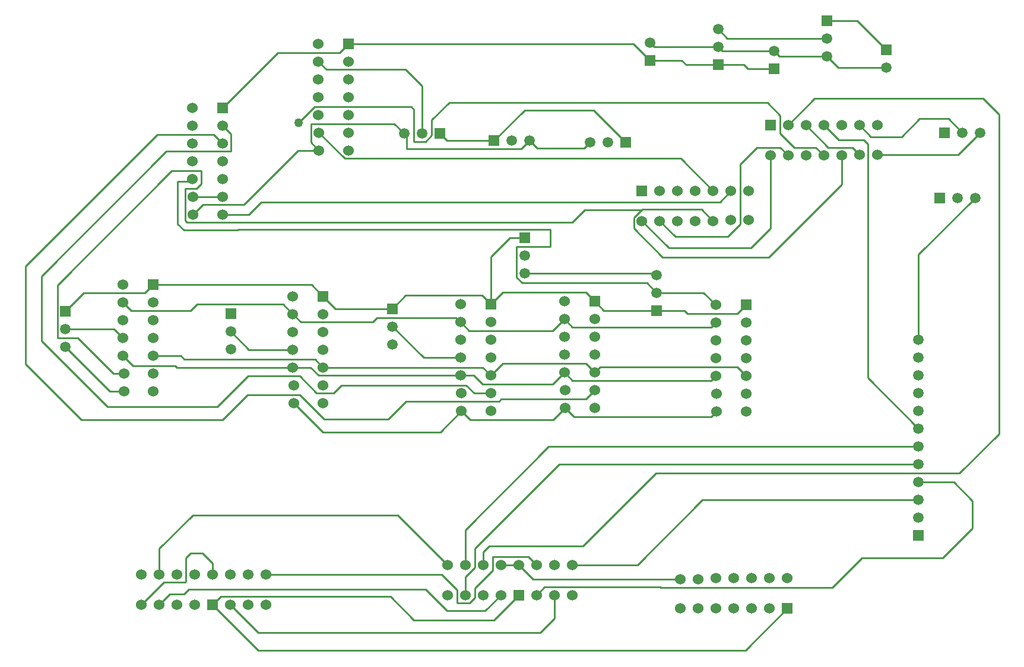
<source format=gbl>
%FSTAX23Y23*%
%MOIN*%
%SFA1B1*%

%IPPOS*%
%ADD11C,0.010000*%
%ADD19R,0.059060X0.059060*%
%ADD20C,0.059060*%
%ADD21C,0.060000*%
%ADD22R,0.060000X0.060000*%
%ADD23R,0.059060X0.059060*%
%ADD24R,0.060000X0.060000*%
%ADD25C,0.050000*%
%LNpcb1-1*%
%LPD*%
G54D11*
X06377Y04117D02*
X0654D01*
X06276Y04016D02*
X06377Y04117D01*
X06103Y04016D02*
X06276D01*
X06039Y0408D02*
X06103Y04016D01*
X0654Y04117D02*
X06618Y04039D01*
X04504Y02541D02*
X04553Y0259D01*
X04028Y02541D02*
X04504D01*
X04015Y02528D02*
X04028Y02541D01*
X04321Y02424D02*
X04388Y0249D01*
X03493Y02528D02*
X04015D01*
X03393Y02428D02*
X03493Y02528D01*
X03034Y02428D02*
X03393D01*
X02897Y02565D02*
X03034Y02428D01*
X02604Y02565D02*
X02897D01*
X03687Y02356D02*
X03804Y02473D01*
X03026Y02356D02*
X03687D01*
X02863Y02519D02*
X03026Y02356D01*
X02982Y02765D02*
X03028Y02719D01*
X02246Y02765D02*
X02982D01*
X02229Y02783D02*
X02246Y02765D01*
X02206Y02719D02*
X02858D01*
X02197Y02728D02*
X02206Y02719D01*
X02605Y0267D02*
X02895D01*
X02434Y02498D02*
X02605Y0267D01*
X01815Y02498D02*
X02434D01*
X01445Y02868D02*
X01815Y02498D01*
X02549Y03493D02*
X04304D01*
Y03398D02*
Y03493D01*
X04114Y03398D02*
X04304D01*
X04891Y03247D02*
X04899Y03239D01*
X04159Y03247D02*
X04891D01*
X04817Y03605D02*
X04819Y03607D01*
X04773Y03561D02*
X04817Y03605D01*
X04495D02*
X04817D01*
X04425Y03535D02*
X04495Y03605D01*
X05154Y03607D02*
X05218Y03542D01*
X04819Y03607D02*
X05154D01*
X06371Y02073D02*
X06569D01*
X06672Y01969*
X06508Y01648D02*
X06672Y01813D01*
Y01969*
X06053Y01648D02*
X06508D01*
X04353Y02173D02*
X06371D01*
X0388Y017D02*
X04353Y02173D01*
X04293Y02273D02*
X06371D01*
X03825Y01805D02*
X04293Y02273D01*
X03825Y01608D02*
Y01805D01*
X02246Y01444D02*
X02273Y01471D01*
X02167Y01444D02*
X02246D01*
X02107Y01385D02*
X02167Y01444D01*
X02273Y01471D02*
X03603D01*
X03722Y01352*
X02452Y0143D02*
X03406D01*
X02407Y01385D02*
X02452Y0143D01*
X03406D02*
X03537Y01299D01*
X02507Y01385D02*
X02663Y01229D01*
X02407Y01385D02*
X02663Y01129D01*
X0492Y01484D02*
X04924Y0148D01*
X05885*
X03537Y01299D02*
X03986D01*
X04125Y01438*
X04325Y01308D02*
Y01438D01*
X04246Y01229D02*
X04325Y01308D01*
X02663Y01229D02*
X04246D01*
X05399Y01129D02*
X05633Y01363D01*
X02663Y01129D02*
X05399D01*
X02407Y01555D02*
Y01618D01*
X02349Y01676D02*
X02407Y01618D01*
X02284Y01676D02*
X02349D01*
X02258Y01649D02*
X02284Y01676D01*
X04794Y01608D02*
X05158Y01973D01*
X04425Y01608D02*
X04794D01*
X05158Y01973D02*
X06371D01*
X06823Y02346D02*
Y0414D01*
X06734Y0423D02*
X06823Y0414D01*
X05788Y0423D02*
X06734D01*
X05639Y0408D02*
X05788Y0423D01*
X066Y02123D02*
X06823Y02346D01*
X01445Y03232D02*
X02146Y03933D01*
X01445Y02868D02*
Y03232D01*
X02146Y03933D02*
X02509D01*
X02463Y02423D02*
X02604Y02565D01*
X01671Y02423D02*
X02463D01*
X01355Y02739D02*
X01671Y02423D01*
X01355Y02739D02*
Y03289D01*
X02095Y04029*
X02889Y04093D02*
X0298Y04184D01*
X04383Y0269D02*
X04428Y02645D01*
X05206*
X05232Y0267*
X03799Y02673D02*
X03874D01*
X03922Y02626*
X04318*
X04383Y0269*
X04388Y0249D02*
X04437Y02441D01*
X05207*
X05237Y0247*
X03804Y02473D02*
X03853Y02424D01*
X04321*
X01579Y02834D02*
X01831Y02583D01*
X01909*
X04887Y0452D02*
X05246D01*
X04862Y04545D02*
X04887Y0452D01*
X05921Y04404D02*
X06191D01*
X05856Y04468D02*
X05921Y04404D01*
X05269Y04497D02*
X0556D01*
X05246Y0452D02*
X05269Y04497D01*
X05589Y04468D02*
X05856D01*
X0556Y04497D02*
X05589Y04468D01*
X03119Y04489D02*
X03169Y04538D01*
X02773Y04489D02*
X03119D01*
X02463Y04178D02*
X02773Y04489D01*
X04899Y03039D02*
X05056D01*
X05074Y03021*
X05352*
X05402Y0307*
X04604Y03039D02*
X04899D01*
X04553Y0309D02*
X04604Y03039D01*
X04503Y0314D02*
X04553Y0309D01*
X04036Y0314D02*
X04503D01*
X03969Y03073D02*
X04036Y0314D01*
X03919Y03123D02*
X03969Y03073D01*
X03491Y03123D02*
X03919D01*
X03417Y03049D02*
X03491Y03123D01*
X03098Y03049D02*
X03417D01*
X03028Y03119D02*
X03098Y03049D01*
X05298Y04568D02*
X05856D01*
X05246Y0462D02*
X05298Y04568D01*
X01579Y02934D02*
X01852D01*
X01904Y02883*
X0261Y02819D02*
X02858D01*
X02509Y0292D02*
X0261Y02819D01*
X04899Y03139D02*
X05163D01*
X05232Y0307*
X02804Y03073D02*
X02858Y03019D01*
X02319Y03073D02*
X02804D01*
X02284Y03038D02*
X02319Y03073D01*
X01949Y03038D02*
X02284D01*
X01904Y03083D02*
X01949Y03038D01*
X04383Y0299D02*
X04428Y02945D01*
X05206*
X05232Y0297*
X03923Y02719D02*
X03969Y02673D01*
X03028Y02719D02*
X03923D01*
X05352Y0272D02*
X05402Y0267D01*
X04582Y0272D02*
X05352D01*
X04553Y0269D02*
X04582Y0272D01*
X04503Y0274D02*
X04553Y0269D01*
X04036Y0274D02*
X04503D01*
X03969Y02673D02*
X04036Y0274D01*
X02707Y01555D02*
X03693D01*
X0378Y01469*
Y01393D02*
Y01469D01*
Y01393D02*
X0385D01*
X0388Y01423*
Y01478*
X0398Y01578*
Y01654*
X0418*
X04225Y01608*
X03722Y01352D02*
X03938D01*
X04025Y01438*
X0298Y04184D02*
X03522D01*
X03538Y04168*
Y03989D02*
Y04168D01*
Y03989D02*
X03602D01*
X03638Y04025*
Y0411*
X03736Y04208*
X05522*
X05594Y04136*
Y04036D02*
Y04136D01*
Y04036D02*
X05674Y03956D01*
X05794*
X05839Y0391*
X03825Y01438D02*
Y01541D01*
X0388Y01596*
Y017*
X03925Y01608D02*
Y01681D01*
X0396Y01716*
X04488*
X04895Y02123*
X066*
X02509Y03535D02*
X04425D01*
X02508Y03533D02*
X02509Y03535D01*
X02264Y03533D02*
X02508D01*
X02253Y03545D02*
X02264Y03533D01*
X02253Y03545D02*
Y03723D01*
X02315*
X02344Y03751*
Y03824*
X02177D02*
X02344D01*
X01535Y03182D02*
X02177Y03824D01*
X01535Y02885D02*
Y03182D01*
Y02885D02*
X0165D01*
X01851Y02683*
X01909*
X05839Y0408D02*
X05922Y03997D01*
X06062*
X06085Y03974*
Y0266D02*
Y03974D01*
Y0266D02*
X06371Y02373D01*
X05739Y0408D02*
X05864Y03955D01*
X05999*
X06039Y03915*
X02463Y03578D02*
X0261D01*
X02681Y03649*
X05255*
X05318Y03712*
X06371Y02873D02*
Y03354D01*
X0669Y03672*
X05038Y03893D02*
X05218Y03712D01*
X0315Y03893D02*
X05038D01*
X03004Y04038D02*
X0315Y03893D01*
X04773Y03501D02*
Y03561D01*
Y03501D02*
X04934Y03339D01*
X05529*
X05939Y03749*
Y0391*
X02107Y01555D02*
Y017D01*
X02295Y01887*
X03446*
X03725Y01608*
X03723Y03993D02*
X03987D01*
X03683Y04033D02*
X03723Y03993D01*
X02959Y03984D02*
X03004Y03938D01*
X02959Y03984D02*
Y04089D01*
X03428*
X03483Y04033*
X03497Y04019*
Y04006D02*
Y04019D01*
X03497Y04006D02*
X03497D01*
X03497Y03947D02*
Y04006D01*
Y03947D02*
X04141D01*
X04187Y03993*
X02858Y02719D02*
X02956D01*
X03002Y02673*
X03799*
X01959Y02728D02*
X02197D01*
X01904Y02783D02*
X01959Y02728D01*
X02412Y04029D02*
X02463Y03978D01*
X02095Y04029D02*
X02412D01*
X03875Y02573D02*
X03969D01*
X03829Y02619D02*
X03875Y02573D01*
X0313Y02619D02*
X03829D01*
X03085Y02574D02*
X0313Y02619D01*
X0299Y02574D02*
X03085D01*
X02895Y0267D02*
X0299Y02574D01*
X02509Y03933D02*
Y04032D01*
X02463Y04078D02*
X02509Y04032D01*
X04769Y04538D02*
X04862Y04445D01*
X03169Y04538D02*
X04769D01*
X03987Y03993D02*
X04159Y04166D01*
X04548*
X04728Y03986*
X05594Y03956D02*
X05639Y0391D01*
X05464Y03956D02*
X05594D01*
X05369Y03861D02*
X05464Y03956D01*
X05369Y03525D02*
Y03861D01*
X053Y03456D02*
X05369Y03525D01*
X05005Y03456D02*
X053D01*
X04918Y03542D02*
X05005Y03456D01*
X03799Y02973D02*
X03848Y02924D01*
X04316*
X04383Y0299*
X04075Y03447D02*
X04159D01*
X03969Y03341D02*
X04075Y03447D01*
X03969Y03073D02*
Y03341D01*
X02298Y03578D02*
X02352Y03633D01*
X02582*
X02887Y03938*
X03004*
X02279Y03765D02*
X02293Y03778D01*
X02211Y03765D02*
X02279D01*
X02211Y03525D02*
Y03765D01*
Y03525D02*
X02245Y03491D01*
X02548*
X02549Y03493*
X04114Y03225D02*
Y03398D01*
Y03225D02*
X04146Y03193D01*
X04845*
X04899Y03139*
X05539Y035D02*
Y0391D01*
X0543Y03391D02*
X05539Y035D01*
X0497Y03391D02*
X0543D01*
X04818Y03542D02*
X0497Y03391D01*
X03593Y02773D02*
X03799D01*
X03417Y02949D02*
X03593Y02773D01*
X05885Y0148D02*
X06053Y01648D01*
X0427Y01484D02*
X0492D01*
X04225Y01438D02*
X0427Y01484D01*
X02858Y03019D02*
X02903Y02974D01*
X03306*
X03331Y02999*
X03773*
X03799Y02973*
X04125Y01608D02*
X04205Y01528D01*
X05033*
X02074Y03183D02*
X02964D01*
X03028Y03119*
X02999Y04438D02*
X03045Y04393D01*
X03491*
X03583Y043*
Y04033D02*
Y043D01*
X05856Y04668D02*
X06026D01*
X06191Y04504*
X02007Y01385D02*
X02132Y0151D01*
X02253*
X02258Y01515*
Y01649*
X02028Y03138D02*
X02074Y03183D01*
X01683Y03138D02*
X02028D01*
X01579Y03034D02*
X01683Y03138D01*
X06594Y03915D02*
X06718Y04039D01*
X06139Y03915D02*
X06594D01*
X02074Y02783D02*
X02229D01*
X04493Y03952D02*
X04528Y03986D01*
X04229Y03952D02*
X04493D01*
X04187Y03993D02*
X04229Y03952D01*
X04025Y01608D02*
X04125D01*
X05065Y0442D02*
X05246D01*
X05041Y04445D02*
X05065Y0442D01*
X04862Y04445D02*
X05041D01*
X05414Y04397D02*
X0556D01*
X05391Y0442D02*
X05414Y04397D01*
X05246Y0442D02*
X05391D01*
X02298Y03678D02*
X02463D01*
G54D19*
X04862Y04445D03*
X04899Y03039D03*
X06371Y01773D03*
X05856Y04668D03*
X0556Y04397D03*
X05246Y0442D03*
X06191Y04504D03*
X04159Y03447D03*
X03417Y03049D03*
X02509Y0302D03*
X01579Y03034D03*
G54D20*
X04862Y04545D03*
X04899Y03239D03*
Y03139D03*
X06371Y02873D03*
Y02773D03*
Y02673D03*
Y02573D03*
Y02473D03*
Y02373D03*
Y02273D03*
Y02173D03*
Y02073D03*
Y01973D03*
Y01873D03*
X0659Y03672D03*
X0669D03*
X06618Y04039D03*
X06718D03*
X04528Y03986D03*
X04628D03*
X05856Y04568D03*
Y04468D03*
X0556Y04497D03*
X05246Y0462D03*
Y0452D03*
X06191Y04404D03*
X04087Y03993D03*
X04187D03*
X03583Y04033D03*
X03483D03*
X04159Y03347D03*
Y03247D03*
X03417Y02949D03*
Y02849D03*
X02509Y0292D03*
Y0282D03*
X01579Y02934D03*
Y02834D03*
G54D21*
X03004Y03938D03*
Y04038D03*
X02999Y04138D03*
Y04238D03*
Y04338D03*
Y04438D03*
Y04538D03*
X03169Y04438D03*
Y04338D03*
Y04238D03*
Y04138D03*
Y04038D03*
Y03938D03*
X02298Y03578D03*
Y03678D03*
X02293Y03778D03*
Y03878D03*
Y03978D03*
Y04078D03*
Y04178D03*
X02463Y04078D03*
Y03978D03*
Y03878D03*
Y03778D03*
Y03678D03*
Y03578D03*
X03725Y01608D03*
X04425D03*
X04325D03*
X04225D03*
X04125D03*
X04025D03*
X03925D03*
X03825D03*
X04425Y01438D03*
X04325D03*
X04225D03*
X04025D03*
X03925D03*
X03725D03*
X03825D03*
X02007Y01555D03*
X02707D03*
X02607D03*
X02507D03*
X02407D03*
X02307D03*
X02207D03*
X02107D03*
X02707Y01385D03*
X02607D03*
X02507D03*
X02307D03*
X02207D03*
X02007D03*
X02107D03*
X06139Y03915D03*
X06039D03*
X05939Y0391D03*
X05839D03*
X05739D03*
X05639D03*
X05539D03*
X05639Y0408D03*
X05739D03*
X05839D03*
X05939D03*
X06039D03*
X06139D03*
X05418Y03547D03*
X05318D03*
X05218Y03542D03*
X05118D03*
X05018D03*
X04918D03*
X04818D03*
X04918Y03712D03*
X05018D03*
X05118D03*
X05218D03*
X05318D03*
X05418D03*
X05033Y01528D03*
X05133D03*
X05233Y01533D03*
X05333D03*
X05433D03*
X05533D03*
X05633D03*
X05533Y01363D03*
X05433D03*
X05333D03*
X05233D03*
X05133D03*
X05033D03*
X01909Y02583D03*
Y02683D03*
X01904Y02783D03*
Y02883D03*
Y02983D03*
Y03083D03*
Y03183D03*
X02074Y03083D03*
Y02983D03*
Y02883D03*
Y02783D03*
Y02683D03*
Y02583D03*
X03804Y02473D03*
Y02573D03*
X03799Y02673D03*
Y02773D03*
Y02873D03*
Y02973D03*
Y03073D03*
X03969Y02973D03*
Y02873D03*
Y02773D03*
Y02673D03*
Y02573D03*
Y02473D03*
X02863Y02519D03*
Y02619D03*
X02858Y02719D03*
Y02819D03*
Y02919D03*
Y03019D03*
Y03119D03*
X03028Y03019D03*
Y02919D03*
Y02819D03*
Y02719D03*
Y02619D03*
Y02519D03*
X04388Y0249D03*
Y0259D03*
X04383Y0269D03*
Y0279D03*
Y0289D03*
Y0299D03*
Y0309D03*
X04553Y0299D03*
Y0289D03*
Y0279D03*
Y0269D03*
Y0259D03*
Y0249D03*
X05237Y0247D03*
Y0257D03*
X05232Y0267D03*
Y0277D03*
Y0287D03*
Y0297D03*
Y0307D03*
X05402Y0297D03*
Y0287D03*
Y0277D03*
Y0267D03*
Y0257D03*
Y0247D03*
G54D22*
X03169Y04538D03*
X02463Y04178D03*
X02074Y03183D03*
X03969Y03073D03*
X03028Y03119D03*
X04553Y0309D03*
X05402Y0307D03*
G54D23*
X0649Y03672D03*
X06518Y04039D03*
X04728Y03986D03*
X03987Y03993D03*
X03683Y04033D03*
G54D24*
X04125Y01438D03*
X02407Y01385D03*
X05539Y0408D03*
X04818Y03712D03*
X05633Y01363D03*
G54D25*
X02889Y04093D03*
M02*
</source>
